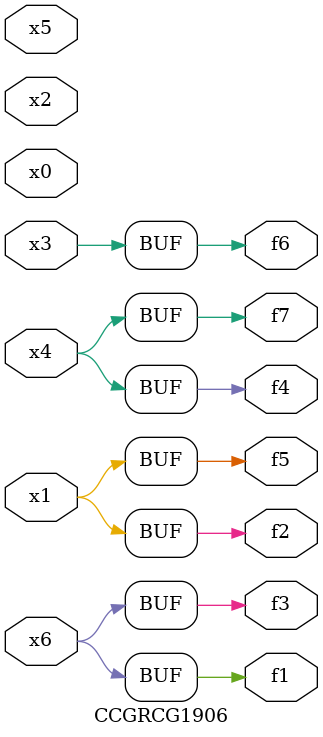
<source format=v>
module CCGRCG1906(
	input x0, x1, x2, x3, x4, x5, x6,
	output f1, f2, f3, f4, f5, f6, f7
);
	assign f1 = x6;
	assign f2 = x1;
	assign f3 = x6;
	assign f4 = x4;
	assign f5 = x1;
	assign f6 = x3;
	assign f7 = x4;
endmodule

</source>
